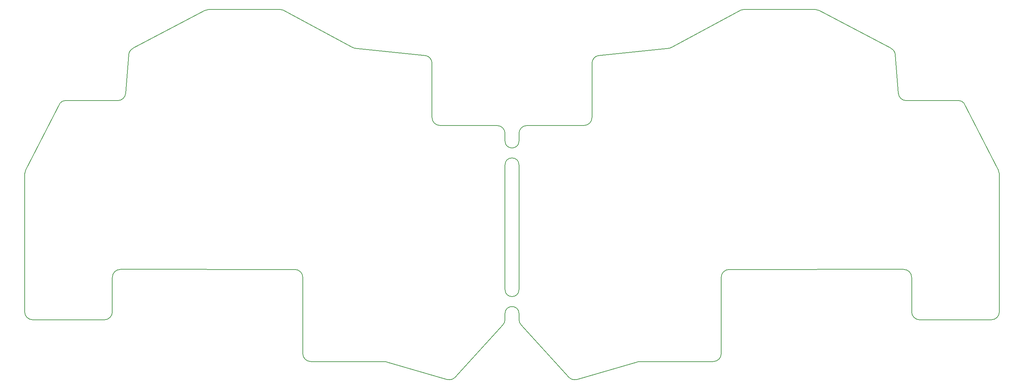
<source format=gbr>
%TF.GenerationSoftware,KiCad,Pcbnew,7.0.9*%
%TF.CreationDate,2024-04-08T09:31:46+08:00*%
%TF.ProjectId,kai_simple_v3,6b61695f-7369-46d7-906c-655f76332e6b,rev?*%
%TF.SameCoordinates,Original*%
%TF.FileFunction,Profile,NP*%
%FSLAX46Y46*%
G04 Gerber Fmt 4.6, Leading zero omitted, Abs format (unit mm)*
G04 Created by KiCad (PCBNEW 7.0.9) date 2024-04-08 09:31:46*
%MOMM*%
%LPD*%
G01*
G04 APERTURE LIST*
%TA.AperFunction,Profile*%
%ADD10C,0.150000*%
%TD*%
G04 APERTURE END LIST*
D10*
X247674723Y-120362663D02*
G75*
G03*
X245674248Y-118354762I-2000123J7763D01*
G01*
X267640571Y-131008791D02*
X249674700Y-131008791D01*
X149837924Y-132284664D02*
X161787281Y-145418393D01*
X165590575Y-82250775D02*
G75*
G03*
X167590575Y-80250791I25J1999975D01*
G01*
X149303132Y-84235641D02*
X149303132Y-86140641D01*
X149303132Y-92140641D02*
G75*
G03*
X145803132Y-92140641I-1750000J0D01*
G01*
X149303132Y-95310128D02*
X149303132Y-92140641D01*
X267640571Y-131008771D02*
G75*
G03*
X269640571Y-129008791I29J1999971D01*
G01*
X25465693Y-129008791D02*
X25465693Y-94373791D01*
X145803132Y-84235641D02*
X145803132Y-86140641D01*
X95135693Y-139486291D02*
X95135693Y-120365324D01*
X45431564Y-131008763D02*
G75*
G03*
X47431547Y-129000889I36J1999963D01*
G01*
X50762101Y-74165785D02*
X51521864Y-64516797D01*
X131295356Y-145977550D02*
G75*
G03*
X133318982Y-145418392I558444J1920350D01*
G01*
X205590571Y-53148805D02*
G75*
G03*
X204895866Y-53273323I-71J-1999795D01*
G01*
X95135676Y-120365324D02*
G75*
G03*
X93136176Y-118365324I-1999976J24D01*
G01*
X48768273Y-76008772D02*
G75*
G03*
X50762101Y-74165785I27J1999972D01*
G01*
X145268279Y-132284607D02*
G75*
G03*
X145803130Y-130908141I-1465279J1361507D01*
G01*
X108107644Y-62861004D02*
X126018193Y-64721291D01*
X269640571Y-94373791D02*
X269640571Y-129008791D01*
X116124363Y-141565835D02*
G75*
G03*
X115565907Y-141486291I-558363J-1919965D01*
G01*
X145803132Y-86140641D02*
G75*
G03*
X149303132Y-86140641I1750000J0D01*
G01*
X169088071Y-64721291D02*
X186998620Y-62861004D01*
X93136176Y-118365324D02*
X49432016Y-118354762D01*
X71515693Y-53148791D02*
X89515693Y-53148791D01*
X245674248Y-118354762D02*
X201970088Y-118365324D01*
X133318983Y-145418393D02*
X145268340Y-132284664D01*
X260753663Y-76611226D02*
G75*
G03*
X259590571Y-76008791I-1293063J-1072474D01*
G01*
X149303132Y-129430641D02*
G75*
G03*
X145803132Y-129430641I-1750000J0D01*
G01*
X151303075Y-82250791D02*
X165590575Y-82250791D01*
X127506623Y-66654760D02*
G75*
G03*
X126018193Y-64721292I-1999923J60D01*
G01*
X169088082Y-64721332D02*
G75*
G03*
X167599635Y-66654760I511418J-1933368D01*
G01*
X49432016Y-118354733D02*
G75*
G03*
X47431548Y-120362663I-316J-2000167D01*
G01*
X145803132Y-129430641D02*
X145803131Y-130908141D01*
X25774922Y-93256064D02*
G75*
G03*
X25465694Y-94373791I2660678J-1337736D01*
G01*
X243584449Y-64516793D02*
G75*
G03*
X242526008Y-62906037I-1993949J-157107D01*
G01*
X149303132Y-129430641D02*
X149303133Y-130908141D01*
X145803132Y-123430641D02*
G75*
G03*
X149303132Y-123430641I1750000J0D01*
G01*
X107505694Y-62603789D02*
G75*
G03*
X108107644Y-62861003I1390206J2420489D01*
G01*
X197970571Y-141486271D02*
G75*
G03*
X199970571Y-139486291I29J1999971D01*
G01*
X52580256Y-62906036D02*
X70580256Y-53381036D01*
X145803052Y-84235642D02*
G75*
G03*
X143803189Y-82250791I-1999852J-15058D01*
G01*
X179540357Y-141486288D02*
G75*
G03*
X178981903Y-141565841I43J-2000212D01*
G01*
X149303132Y-95310128D02*
X149303132Y-123430641D01*
X95135609Y-139486291D02*
G75*
G03*
X97135693Y-141486291I2000091J91D01*
G01*
X224525999Y-53381054D02*
G75*
G03*
X223590571Y-53148791I-935399J-1767446D01*
G01*
X161787263Y-145418409D02*
G75*
G03*
X163810897Y-145977512I1465137J1361209D01*
G01*
X151303075Y-82250775D02*
G75*
G03*
X149303132Y-84235641I25J-2000025D01*
G01*
X178981903Y-141565841D02*
X163810885Y-145977471D01*
X131295379Y-145977471D02*
X116124361Y-141565841D01*
X47431548Y-120362663D02*
X47431548Y-129000889D01*
X71515693Y-53148813D02*
G75*
G03*
X70580256Y-53381037I-93J-1999787D01*
G01*
X127515689Y-80250791D02*
X127506629Y-66654760D01*
X129515689Y-82250791D02*
X143803189Y-82250791D01*
X107505694Y-62603790D02*
X90210398Y-53273322D01*
X205590571Y-53148791D02*
X223590571Y-53148791D01*
X25774909Y-93256058D02*
X34352591Y-76611218D01*
X246337991Y-76008791D02*
X259590571Y-76008791D01*
X269640577Y-94373791D02*
G75*
G03*
X269331355Y-93256058I-2969977J-220009D01*
G01*
X199970571Y-120365324D02*
X199970571Y-139486291D01*
X247674725Y-129000889D02*
G75*
G03*
X249674700Y-131008791I1999975J-7911D01*
G01*
X197970571Y-141486291D02*
X179540357Y-141486291D01*
X35515693Y-76008791D02*
X48768273Y-76008791D01*
X244344088Y-74165791D02*
G75*
G03*
X246337991Y-76008791I1993912J157091D01*
G01*
X25465699Y-129008791D02*
G75*
G03*
X27465693Y-131008791I2000051J51D01*
G01*
X45431564Y-131008791D02*
X27465693Y-131008791D01*
X167599635Y-66654760D02*
X167590575Y-80250791D01*
X204895866Y-53273322D02*
X187600570Y-62603790D01*
X52580245Y-62906015D02*
G75*
G03*
X51521864Y-64516797I935355J-1767685D01*
G01*
X127515609Y-80250791D02*
G75*
G03*
X129515689Y-82250791I2000091J91D01*
G01*
X247674716Y-129000889D02*
X247674716Y-120362663D01*
X145803132Y-92140641D02*
X145803132Y-95310128D01*
X149303159Y-130908141D02*
G75*
G03*
X149837957Y-132284633I2000341J-14959D01*
G01*
X201970088Y-118365371D02*
G75*
G03*
X199970571Y-120365324I412J-1999929D01*
G01*
X186998617Y-62860992D02*
G75*
G03*
X187600570Y-62603789I-787817J2676792D01*
G01*
X260753673Y-76611218D02*
X269331355Y-93256058D01*
X35515695Y-76008823D02*
G75*
G03*
X34352592Y-76611218I129905J-1674877D01*
G01*
X224526008Y-53381036D02*
X242526008Y-62906036D01*
X90210393Y-53273336D02*
G75*
G03*
X89515693Y-53148791I-694693J-1875164D01*
G01*
X243584400Y-64516797D02*
X244344163Y-74165785D01*
X115565907Y-141486291D02*
X97135693Y-141486291D01*
X145803132Y-95310128D02*
X145803132Y-123430641D01*
M02*

</source>
